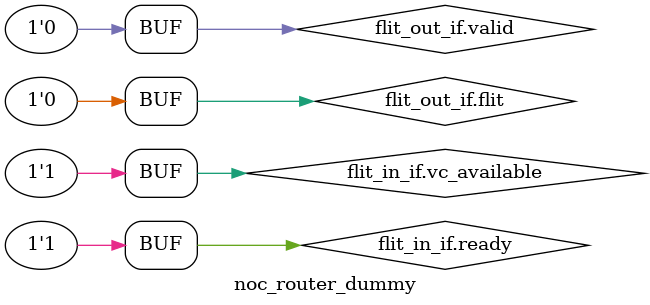
<source format=sv>
module noc_router_dummy (
  noc_flit_if.target    flit_in_if,
  noc_flit_if.initiator flit_out_if
);
  assign  flit_in_if.ready        = '1;
  assign  flit_in_if.vc_available = '1;
  assign  flit_out_if.valid       = '0;
  assign  flit_out_if.flit        = '0;
endmodule

</source>
